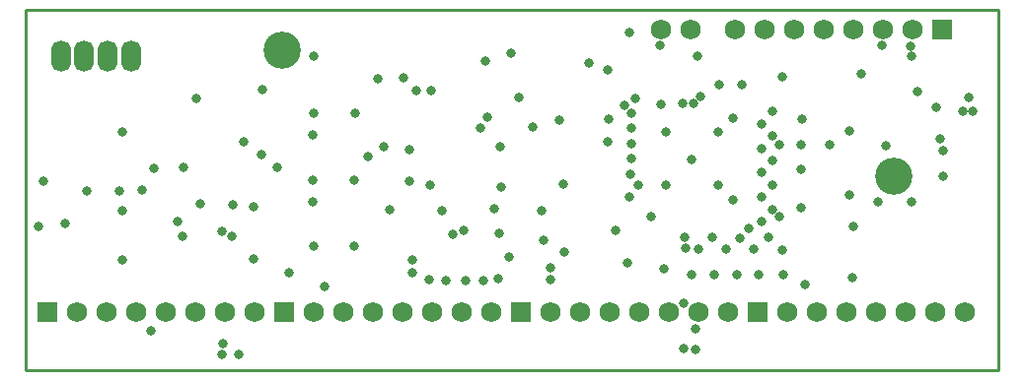
<source format=gbs>
G04*
G04 #@! TF.GenerationSoftware,Altium Limited,CircuitStudio,1.5.2 (30)*
G04*
G04 Layer_Color=8150272*
%FSLAX44Y44*%
%MOMM*%
G71*
G01*
G75*
%ADD30C,0.2540*%
%ADD68C,1.7272*%
%ADD69R,1.7272X1.7272*%
%ADD70C,3.2032*%
%ADD71O,1.7032X2.7032*%
%ADD72C,0.8032*%
D30*
X339500Y255000D02*
Y565000D01*
X1174500D01*
Y255000D02*
Y565000D01*
X339500Y255000D02*
X1174500D01*
D68*
X884750Y548250D02*
D03*
X910150D02*
D03*
X999050D02*
D03*
X1024450D02*
D03*
X1049850D02*
D03*
X973650D02*
D03*
X948250D02*
D03*
X1100650D02*
D03*
X1075250D02*
D03*
X1094150Y305050D02*
D03*
X1068750D02*
D03*
X1043350D02*
D03*
X1017950D02*
D03*
X992550D02*
D03*
X1119550D02*
D03*
X1144950D02*
D03*
X890950D02*
D03*
X865550D02*
D03*
X840150D02*
D03*
X814750D02*
D03*
X789350D02*
D03*
X916350D02*
D03*
X941750D02*
D03*
X687750D02*
D03*
X662350D02*
D03*
X636950D02*
D03*
X611550D02*
D03*
X586150D02*
D03*
X713150D02*
D03*
X738550D02*
D03*
X484550D02*
D03*
X459150D02*
D03*
X433750D02*
D03*
X408350D02*
D03*
X382950D02*
D03*
X509950D02*
D03*
X535350D02*
D03*
D69*
X1126050Y548250D02*
D03*
X967150Y305050D02*
D03*
X763950D02*
D03*
X560750D02*
D03*
X357550D02*
D03*
D70*
X1084500Y422000D02*
D03*
X559500Y530000D02*
D03*
D71*
X369500Y525000D02*
D03*
X389500D02*
D03*
X409500D02*
D03*
X429500D02*
D03*
D72*
X1124500Y454000D02*
D03*
X1077500Y448000D02*
D03*
X1126300Y444000D02*
D03*
X1046500Y406000D02*
D03*
X1099500Y400000D02*
D03*
X1126300Y421800D02*
D03*
X1070500Y400000D02*
D03*
X1148500Y490000D02*
D03*
X1120500Y481000D02*
D03*
X1104500Y495000D02*
D03*
X1046500Y461000D02*
D03*
X1049500Y379000D02*
D03*
X980499Y414500D02*
D03*
X970499Y404000D02*
D03*
X910500Y336999D02*
D03*
X1005000Y449000D02*
D03*
X988500Y507500D02*
D03*
X685600Y332900D02*
D03*
X671500Y339000D02*
D03*
X838500Y513500D02*
D03*
X663500Y507000D02*
D03*
X565500Y339000D02*
D03*
X354500Y418000D02*
D03*
X350500Y379000D02*
D03*
X507500Y375000D02*
D03*
X555500Y430000D02*
D03*
X534500Y396000D02*
D03*
X534900Y350600D02*
D03*
X473500Y370000D02*
D03*
X489500Y398000D02*
D03*
X474500Y430000D02*
D03*
X439500Y410000D02*
D03*
X469500Y383000D02*
D03*
X422500Y392000D02*
D03*
X373500Y381000D02*
D03*
X422500Y350000D02*
D03*
X419500Y409000D02*
D03*
X422500Y460000D02*
D03*
X391500Y409000D02*
D03*
X916000Y525500D02*
D03*
X928500Y369500D02*
D03*
X857500Y404500D02*
D03*
X918620Y490500D02*
D03*
X954250Y500500D02*
D03*
X933500Y460500D02*
D03*
X946598Y471598D02*
D03*
X980499Y477499D02*
D03*
X916500Y359500D02*
D03*
X904500Y369500D02*
D03*
X876500Y387500D02*
D03*
X911000Y436800D02*
D03*
X933500Y414500D02*
D03*
X888500Y460500D02*
D03*
Y414500D02*
D03*
X859000Y437002D02*
D03*
X733500Y521000D02*
D03*
X745500Y373000D02*
D03*
X697000Y392500D02*
D03*
X782500Y392000D02*
D03*
X485500Y489000D02*
D03*
X735500Y473000D02*
D03*
X674500Y496000D02*
D03*
X687500D02*
D03*
X716500Y332000D02*
D03*
X671500Y350000D02*
D03*
X845500Y375500D02*
D03*
X855500Y347500D02*
D03*
X586312Y361812D02*
D03*
X621499Y362000D02*
D03*
X595500Y327000D02*
D03*
X585500Y400000D02*
D03*
Y458000D02*
D03*
X622124Y476000D02*
D03*
X586500D02*
D03*
X542500Y496800D02*
D03*
X621500Y419000D02*
D03*
X585500D02*
D03*
X686500Y414000D02*
D03*
X741500Y394000D02*
D03*
X1048490Y335000D02*
D03*
X1143500Y478000D02*
D03*
X1152500D02*
D03*
X789500Y343000D02*
D03*
X747500Y413000D02*
D03*
X783688Y367000D02*
D03*
X754500Y353000D02*
D03*
X651500Y393000D02*
D03*
X822700Y519700D02*
D03*
X1056498Y509999D02*
D03*
X449000Y428500D02*
D03*
X446500Y289000D02*
D03*
X516500Y370000D02*
D03*
X1005000Y395000D02*
D03*
X839500Y471500D02*
D03*
X968500Y337500D02*
D03*
X930500D02*
D03*
X887500Y342500D02*
D03*
X986500Y387000D02*
D03*
X883840Y534840D02*
D03*
X797525Y470474D02*
D03*
X700000Y332500D02*
D03*
X744700Y333799D02*
D03*
X732000Y332500D02*
D03*
X1029000Y449000D02*
D03*
X1005500Y471000D02*
D03*
X989500Y337000D02*
D03*
X715538Y375038D02*
D03*
X586500Y525000D02*
D03*
X755500Y527500D02*
D03*
X668500Y418000D02*
D03*
X526000Y451500D02*
D03*
X730000Y463500D02*
D03*
X1008500Y328500D02*
D03*
X949500Y337500D02*
D03*
X904000Y312500D02*
D03*
X914000Y291000D02*
D03*
X904000Y274000D02*
D03*
X914000Y273000D02*
D03*
X509000Y278000D02*
D03*
X517150Y397350D02*
D03*
X507500Y268500D02*
D03*
X522000Y268460D02*
D03*
X542000Y440500D02*
D03*
X774500Y464000D02*
D03*
X633500Y439000D02*
D03*
X641250Y506250D02*
D03*
X646999Y447000D02*
D03*
X763000Y489500D02*
D03*
X906000Y360165D02*
D03*
X1100000Y525500D02*
D03*
X934250Y500500D02*
D03*
X1074000Y534500D02*
D03*
X1098500Y533500D02*
D03*
X988500Y358500D02*
D03*
X980499Y393500D02*
D03*
X746500Y447500D02*
D03*
X839000Y452000D02*
D03*
X859000Y463334D02*
D03*
Y450168D02*
D03*
X668500Y444500D02*
D03*
X864776Y414197D02*
D03*
X858499Y423999D02*
D03*
X940500Y359500D02*
D03*
X964500D02*
D03*
X976500Y369500D02*
D03*
X951999Y369000D02*
D03*
X959998Y377000D02*
D03*
X970499Y383000D02*
D03*
Y466999D02*
D03*
X980499Y456499D02*
D03*
X1005000Y428000D02*
D03*
X980499Y435500D02*
D03*
X970499Y425000D02*
D03*
X986000Y449000D02*
D03*
X946002Y402002D02*
D03*
X970499Y445999D02*
D03*
X789500Y333500D02*
D03*
X705500Y372000D02*
D03*
X800500Y415500D02*
D03*
X801500Y357000D02*
D03*
X884500Y483500D02*
D03*
X903500Y484500D02*
D03*
X912500D02*
D03*
X853500Y483000D02*
D03*
X859000Y476500D02*
D03*
X857500Y546000D02*
D03*
X862500Y488500D02*
D03*
M02*

</source>
